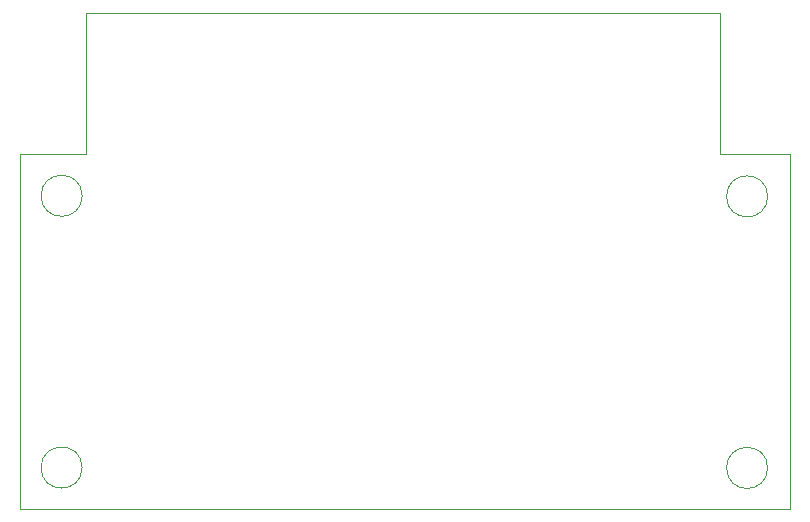
<source format=gbr>
G04 #@! TF.GenerationSoftware,KiCad,Pcbnew,(5.1.5-0-10_14)*
G04 #@! TF.CreationDate,2021-04-02T15:52:58+11:00*
G04 #@! TF.ProjectId,Pi_Zero_RS232_DB25_Hat,50695f5a-6572-46f5-9f52-533233325f44,rev?*
G04 #@! TF.SameCoordinates,Original*
G04 #@! TF.FileFunction,Profile,NP*
%FSLAX46Y46*%
G04 Gerber Fmt 4.6, Leading zero omitted, Abs format (unit mm)*
G04 Created by KiCad (PCBNEW (5.1.5-0-10_14)) date 2021-04-02 15:52:58*
%MOMM*%
%LPD*%
G04 APERTURE LIST*
%ADD10C,0.050000*%
%ADD11C,0.100000*%
G04 APERTURE END LIST*
D10*
X31841262Y-71424800D02*
G75*
G03X31841262Y-71424800I-1742262J0D01*
G01*
X31841262Y-94437200D02*
G75*
G03X31841262Y-94437200I-1742262J0D01*
G01*
X89880262Y-94462600D02*
G75*
G03X89880262Y-94462600I-1742262J0D01*
G01*
X91770200Y-67919600D02*
X85877400Y-67919600D01*
X26568400Y-67894200D02*
X26619200Y-97942400D01*
X89880262Y-71475600D02*
G75*
G03X89880262Y-71475600I-1742262J0D01*
G01*
D11*
X91770200Y-67919600D02*
X91795600Y-97942400D01*
X85877400Y-55930800D02*
X85877400Y-67919600D01*
X91795600Y-97942400D02*
X26619200Y-97942400D01*
X26568400Y-67894200D02*
X32207200Y-67894200D01*
X32207200Y-67894200D02*
X32207200Y-55981600D01*
X32207200Y-55981600D02*
X85877400Y-55930800D01*
M02*

</source>
